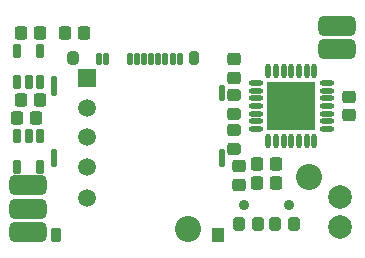
<source format=gbs>
%FSLAX44Y44*%
%MOMM*%
G71*
G01*
G75*
G04 Layer_Color=16711935*
%ADD10O,2.5000X0.7000*%
%ADD11O,0.7000X2.5000*%
%ADD12R,0.4000X1.4000*%
G04:AMPARAMS|DCode=13|XSize=1.8mm|YSize=1.9mm|CornerRadius=0.45mm|HoleSize=0mm|Usage=FLASHONLY|Rotation=0.000|XOffset=0mm|YOffset=0mm|HoleType=Round|Shape=RoundedRectangle|*
%AMROUNDEDRECTD13*
21,1,1.8000,1.0000,0,0,0.0*
21,1,0.9000,1.9000,0,0,0.0*
1,1,0.9000,0.4500,-0.5000*
1,1,0.9000,-0.4500,-0.5000*
1,1,0.9000,-0.4500,0.5000*
1,1,0.9000,0.4500,0.5000*
%
%ADD13ROUNDEDRECTD13*%
G04:AMPARAMS|DCode=14|XSize=1.5mm|YSize=1.5mm|CornerRadius=0.375mm|HoleSize=0mm|Usage=FLASHONLY|Rotation=180.000|XOffset=0mm|YOffset=0mm|HoleType=Round|Shape=RoundedRectangle|*
%AMROUNDEDRECTD14*
21,1,1.5000,0.7500,0,0,180.0*
21,1,0.7500,1.5000,0,0,180.0*
1,1,0.7500,-0.3750,0.3750*
1,1,0.7500,0.3750,0.3750*
1,1,0.7500,0.3750,-0.3750*
1,1,0.7500,-0.3750,-0.3750*
%
%ADD14ROUNDEDRECTD14*%
%ADD15O,0.8000X1.8000*%
G04:AMPARAMS|DCode=16|XSize=1mm|YSize=1.2mm|CornerRadius=0.165mm|HoleSize=0mm|Usage=FLASHONLY|Rotation=90.000|XOffset=0mm|YOffset=0mm|HoleType=Round|Shape=RoundedRectangle|*
%AMROUNDEDRECTD16*
21,1,1.0000,0.8700,0,0,90.0*
21,1,0.6700,1.2000,0,0,90.0*
1,1,0.3300,0.4350,0.3350*
1,1,0.3300,0.4350,-0.3350*
1,1,0.3300,-0.4350,-0.3350*
1,1,0.3300,-0.4350,0.3350*
%
%ADD16ROUNDEDRECTD16*%
%ADD17C,0.2000*%
%ADD18C,0.2500*%
%ADD19C,0.4000*%
%ADD20C,0.3500*%
%ADD21C,0.6000*%
%ADD22C,1.5000*%
%ADD23C,1.1000*%
%ADD24C,0.7000*%
%ADD25C,0.7000*%
%ADD26C,2.0000*%
%ADD27R,1.3000X1.3000*%
%ADD28C,1.3000*%
%ADD29C,1.8500*%
%ADD30C,0.6000*%
G04:AMPARAMS|DCode=31|XSize=1mm|YSize=0.9mm|CornerRadius=0.198mm|HoleSize=0mm|Usage=FLASHONLY|Rotation=90.000|XOffset=0mm|YOffset=0mm|HoleType=Round|Shape=RoundedRectangle|*
%AMROUNDEDRECTD31*
21,1,1.0000,0.5040,0,0,90.0*
21,1,0.6040,0.9000,0,0,90.0*
1,1,0.3960,0.2520,0.3020*
1,1,0.3960,0.2520,-0.3020*
1,1,0.3960,-0.2520,-0.3020*
1,1,0.3960,-0.2520,0.3020*
%
%ADD31ROUNDEDRECTD31*%
G04:AMPARAMS|DCode=32|XSize=1mm|YSize=0.9mm|CornerRadius=0.198mm|HoleSize=0mm|Usage=FLASHONLY|Rotation=0.000|XOffset=0mm|YOffset=0mm|HoleType=Round|Shape=RoundedRectangle|*
%AMROUNDEDRECTD32*
21,1,1.0000,0.5040,0,0,0.0*
21,1,0.6040,0.9000,0,0,0.0*
1,1,0.3960,0.3020,-0.2520*
1,1,0.3960,-0.3020,-0.2520*
1,1,0.3960,-0.3020,0.2520*
1,1,0.3960,0.3020,0.2520*
%
%ADD32ROUNDEDRECTD32*%
G04:AMPARAMS|DCode=33|XSize=1mm|YSize=0.95mm|CornerRadius=0.1995mm|HoleSize=0mm|Usage=FLASHONLY|Rotation=270.000|XOffset=0mm|YOffset=0mm|HoleType=Round|Shape=RoundedRectangle|*
%AMROUNDEDRECTD33*
21,1,1.0000,0.5510,0,0,270.0*
21,1,0.6010,0.9500,0,0,270.0*
1,1,0.3990,-0.2755,-0.3005*
1,1,0.3990,-0.2755,0.3005*
1,1,0.3990,0.2755,0.3005*
1,1,0.3990,0.2755,-0.3005*
%
%ADD33ROUNDEDRECTD33*%
G04:AMPARAMS|DCode=34|XSize=1mm|YSize=0.95mm|CornerRadius=0.1995mm|HoleSize=0mm|Usage=FLASHONLY|Rotation=0.000|XOffset=0mm|YOffset=0mm|HoleType=Round|Shape=RoundedRectangle|*
%AMROUNDEDRECTD34*
21,1,1.0000,0.5510,0,0,0.0*
21,1,0.6010,0.9500,0,0,0.0*
1,1,0.3990,0.3005,-0.2755*
1,1,0.3990,-0.3005,-0.2755*
1,1,0.3990,-0.3005,0.2755*
1,1,0.3990,0.3005,0.2755*
%
%ADD34ROUNDEDRECTD34*%
%ADD35R,4.0000X4.0000*%
%ADD36O,0.4000X1.1000*%
%ADD37O,1.1000X0.4000*%
G04:AMPARAMS|DCode=38|XSize=0.375mm|YSize=1.5mm|CornerRadius=0.0825mm|HoleSize=0mm|Usage=FLASHONLY|Rotation=180.000|XOffset=0mm|YOffset=0mm|HoleType=Round|Shape=RoundedRectangle|*
%AMROUNDEDRECTD38*
21,1,0.3750,1.3350,0,0,180.0*
21,1,0.2100,1.5000,0,0,180.0*
1,1,0.1650,-0.1050,0.6675*
1,1,0.1650,0.1050,0.6675*
1,1,0.1650,0.1050,-0.6675*
1,1,0.1650,-0.1050,-0.6675*
%
%ADD38ROUNDEDRECTD38*%
G04:AMPARAMS|DCode=39|XSize=0.375mm|YSize=1.25mm|CornerRadius=0.0825mm|HoleSize=0mm|Usage=FLASHONLY|Rotation=180.000|XOffset=0mm|YOffset=0mm|HoleType=Round|Shape=RoundedRectangle|*
%AMROUNDEDRECTD39*
21,1,0.3750,1.0850,0,0,180.0*
21,1,0.2100,1.2500,0,0,180.0*
1,1,0.1650,-0.1050,0.5425*
1,1,0.1650,0.1050,0.5425*
1,1,0.1650,0.1050,-0.5425*
1,1,0.1650,-0.1050,-0.5425*
%
%ADD39ROUNDEDRECTD39*%
G04:AMPARAMS|DCode=40|XSize=0.375mm|YSize=1.6mm|CornerRadius=0.0825mm|HoleSize=0mm|Usage=FLASHONLY|Rotation=180.000|XOffset=0mm|YOffset=0mm|HoleType=Round|Shape=RoundedRectangle|*
%AMROUNDEDRECTD40*
21,1,0.3750,1.4350,0,0,180.0*
21,1,0.2100,1.6000,0,0,180.0*
1,1,0.1650,-0.1050,0.7175*
1,1,0.1650,0.1050,0.7175*
1,1,0.1650,0.1050,-0.7175*
1,1,0.1650,-0.1050,-0.7175*
%
%ADD40ROUNDEDRECTD40*%
G04:AMPARAMS|DCode=41|XSize=1.1mm|YSize=0.9mm|CornerRadius=0.3015mm|HoleSize=0mm|Usage=FLASHONLY|Rotation=90.000|XOffset=0mm|YOffset=0mm|HoleType=Round|Shape=RoundedRectangle|*
%AMROUNDEDRECTD41*
21,1,1.1000,0.2970,0,0,90.0*
21,1,0.4970,0.9000,0,0,90.0*
1,1,0.6030,0.1485,0.2485*
1,1,0.6030,0.1485,-0.2485*
1,1,0.6030,-0.1485,-0.2485*
1,1,0.6030,-0.1485,0.2485*
%
%ADD41ROUNDEDRECTD41*%
G04:AMPARAMS|DCode=42|XSize=1mm|YSize=0.4mm|CornerRadius=0.1mm|HoleSize=0mm|Usage=FLASHONLY|Rotation=90.000|XOffset=0mm|YOffset=0mm|HoleType=Round|Shape=RoundedRectangle|*
%AMROUNDEDRECTD42*
21,1,1.0000,0.2000,0,0,90.0*
21,1,0.8000,0.4000,0,0,90.0*
1,1,0.2000,0.1000,0.4000*
1,1,0.2000,0.1000,-0.4000*
1,1,0.2000,-0.1000,-0.4000*
1,1,0.2000,-0.1000,0.4000*
%
%ADD42ROUNDEDRECTD42*%
G04:AMPARAMS|DCode=43|XSize=0.75mm|YSize=1.1mm|CornerRadius=0.165mm|HoleSize=0mm|Usage=FLASHONLY|Rotation=180.000|XOffset=0mm|YOffset=0mm|HoleType=Round|Shape=RoundedRectangle|*
%AMROUNDEDRECTD43*
21,1,0.7500,0.7700,0,0,180.0*
21,1,0.4200,1.1000,0,0,180.0*
1,1,0.3300,-0.2100,0.3850*
1,1,0.3300,0.2100,0.3850*
1,1,0.3300,0.2100,-0.3850*
1,1,0.3300,-0.2100,-0.3850*
%
%ADD43ROUNDEDRECTD43*%
G04:AMPARAMS|DCode=44|XSize=1mm|YSize=1.1mm|CornerRadius=0.165mm|HoleSize=0mm|Usage=FLASHONLY|Rotation=180.000|XOffset=0mm|YOffset=0mm|HoleType=Round|Shape=RoundedRectangle|*
%AMROUNDEDRECTD44*
21,1,1.0000,0.7700,0,0,180.0*
21,1,0.6700,1.1000,0,0,180.0*
1,1,0.3300,-0.3350,0.3850*
1,1,0.3300,0.3350,0.3850*
1,1,0.3300,0.3350,-0.3850*
1,1,0.3300,-0.3350,-0.3850*
%
%ADD44ROUNDEDRECTD44*%
G04:AMPARAMS|DCode=45|XSize=1.1mm|YSize=0.75mm|CornerRadius=0.2512mm|HoleSize=0mm|Usage=FLASHONLY|Rotation=90.000|XOffset=0mm|YOffset=0mm|HoleType=Round|Shape=RoundedRectangle|*
%AMROUNDEDRECTD45*
21,1,1.1000,0.2475,0,0,90.0*
21,1,0.5975,0.7500,0,0,90.0*
1,1,0.5025,0.1238,0.2988*
1,1,0.5025,0.1238,-0.2988*
1,1,0.5025,-0.1238,-0.2988*
1,1,0.5025,-0.1238,0.2988*
%
%ADD45ROUNDEDRECTD45*%
G04:AMPARAMS|DCode=46|XSize=1.1mm|YSize=0.6mm|CornerRadius=0.201mm|HoleSize=0mm|Usage=FLASHONLY|Rotation=270.000|XOffset=0mm|YOffset=0mm|HoleType=Round|Shape=RoundedRectangle|*
%AMROUNDEDRECTD46*
21,1,1.1000,0.1980,0,0,270.0*
21,1,0.6980,0.6000,0,0,270.0*
1,1,0.4020,-0.0990,-0.3490*
1,1,0.4020,-0.0990,0.3490*
1,1,0.4020,0.0990,0.3490*
1,1,0.4020,0.0990,-0.3490*
%
%ADD46ROUNDEDRECTD46*%
G04:AMPARAMS|DCode=47|XSize=1.5mm|YSize=3mm|CornerRadius=0.375mm|HoleSize=0mm|Usage=FLASHONLY|Rotation=270.000|XOffset=0mm|YOffset=0mm|HoleType=Round|Shape=RoundedRectangle|*
%AMROUNDEDRECTD47*
21,1,1.5000,2.2500,0,0,270.0*
21,1,0.7500,3.0000,0,0,270.0*
1,1,0.7500,-1.1250,-0.3750*
1,1,0.7500,-1.1250,0.3750*
1,1,0.7500,1.1250,0.3750*
1,1,0.7500,1.1250,-0.3750*
%
%ADD47ROUNDEDRECTD47*%
%ADD48C,0.2540*%
%ADD49C,0.1000*%
%ADD50O,2.6500X0.8500*%
%ADD51O,0.8500X2.6500*%
%ADD52R,0.6032X1.6032*%
G04:AMPARAMS|DCode=53|XSize=2.0032mm|YSize=2.1032mm|CornerRadius=0.5516mm|HoleSize=0mm|Usage=FLASHONLY|Rotation=0.000|XOffset=0mm|YOffset=0mm|HoleType=Round|Shape=RoundedRectangle|*
%AMROUNDEDRECTD53*
21,1,2.0032,1.0000,0,0,0.0*
21,1,0.9000,2.1032,0,0,0.0*
1,1,1.1032,0.4500,-0.5000*
1,1,1.1032,-0.4500,-0.5000*
1,1,1.1032,-0.4500,0.5000*
1,1,1.1032,0.4500,0.5000*
%
%ADD53ROUNDEDRECTD53*%
G04:AMPARAMS|DCode=54|XSize=1.7032mm|YSize=1.7032mm|CornerRadius=0.4766mm|HoleSize=0mm|Usage=FLASHONLY|Rotation=180.000|XOffset=0mm|YOffset=0mm|HoleType=Round|Shape=RoundedRectangle|*
%AMROUNDEDRECTD54*
21,1,1.7032,0.7500,0,0,180.0*
21,1,0.7500,1.7032,0,0,180.0*
1,1,0.9532,-0.3750,0.3750*
1,1,0.9532,0.3750,0.3750*
1,1,0.9532,0.3750,-0.3750*
1,1,0.9532,-0.3750,-0.3750*
%
%ADD54ROUNDEDRECTD54*%
%ADD55O,0.9500X1.9500*%
G04:AMPARAMS|DCode=56|XSize=1.15mm|YSize=1.35mm|CornerRadius=0.24mm|HoleSize=0mm|Usage=FLASHONLY|Rotation=90.000|XOffset=0mm|YOffset=0mm|HoleType=Round|Shape=RoundedRectangle|*
%AMROUNDEDRECTD56*
21,1,1.1500,0.8700,0,0,90.0*
21,1,0.6700,1.3500,0,0,90.0*
1,1,0.4800,0.4350,0.3350*
1,1,0.4800,0.4350,-0.3350*
1,1,0.4800,-0.4350,-0.3350*
1,1,0.4800,-0.4350,0.3350*
%
%ADD56ROUNDEDRECTD56*%
%ADD57C,0.9032*%
%ADD58C,2.2032*%
%ADD59R,1.5032X1.5032*%
%ADD60C,1.5032*%
G04:AMPARAMS|DCode=61|XSize=1.15mm|YSize=1.05mm|CornerRadius=0.273mm|HoleSize=0mm|Usage=FLASHONLY|Rotation=90.000|XOffset=0mm|YOffset=0mm|HoleType=Round|Shape=RoundedRectangle|*
%AMROUNDEDRECTD61*
21,1,1.1500,0.5040,0,0,90.0*
21,1,0.6040,1.0500,0,0,90.0*
1,1,0.5460,0.2520,0.3020*
1,1,0.5460,0.2520,-0.3020*
1,1,0.5460,-0.2520,-0.3020*
1,1,0.5460,-0.2520,0.3020*
%
%ADD61ROUNDEDRECTD61*%
G04:AMPARAMS|DCode=62|XSize=1.15mm|YSize=1.05mm|CornerRadius=0.273mm|HoleSize=0mm|Usage=FLASHONLY|Rotation=0.000|XOffset=0mm|YOffset=0mm|HoleType=Round|Shape=RoundedRectangle|*
%AMROUNDEDRECTD62*
21,1,1.1500,0.5040,0,0,0.0*
21,1,0.6040,1.0500,0,0,0.0*
1,1,0.5460,0.3020,-0.2520*
1,1,0.5460,-0.3020,-0.2520*
1,1,0.5460,-0.3020,0.2520*
1,1,0.5460,0.3020,0.2520*
%
%ADD62ROUNDEDRECTD62*%
G04:AMPARAMS|DCode=63|XSize=1.15mm|YSize=1.1mm|CornerRadius=0.2745mm|HoleSize=0mm|Usage=FLASHONLY|Rotation=270.000|XOffset=0mm|YOffset=0mm|HoleType=Round|Shape=RoundedRectangle|*
%AMROUNDEDRECTD63*
21,1,1.1500,0.5510,0,0,270.0*
21,1,0.6010,1.1000,0,0,270.0*
1,1,0.5490,-0.2755,-0.3005*
1,1,0.5490,-0.2755,0.3005*
1,1,0.5490,0.2755,0.3005*
1,1,0.5490,0.2755,-0.3005*
%
%ADD63ROUNDEDRECTD63*%
G04:AMPARAMS|DCode=64|XSize=1.15mm|YSize=1.1mm|CornerRadius=0.2745mm|HoleSize=0mm|Usage=FLASHONLY|Rotation=0.000|XOffset=0mm|YOffset=0mm|HoleType=Round|Shape=RoundedRectangle|*
%AMROUNDEDRECTD64*
21,1,1.1500,0.5510,0,0,0.0*
21,1,0.6010,1.1000,0,0,0.0*
1,1,0.5490,0.3005,-0.2755*
1,1,0.5490,-0.3005,-0.2755*
1,1,0.5490,-0.3005,0.2755*
1,1,0.5490,0.3005,0.2755*
%
%ADD64ROUNDEDRECTD64*%
%ADD65R,4.1000X4.1000*%
%ADD66O,0.5000X1.2000*%
%ADD67O,1.2000X0.5000*%
G04:AMPARAMS|DCode=68|XSize=0.475mm|YSize=1.6mm|CornerRadius=0.1325mm|HoleSize=0mm|Usage=FLASHONLY|Rotation=180.000|XOffset=0mm|YOffset=0mm|HoleType=Round|Shape=RoundedRectangle|*
%AMROUNDEDRECTD68*
21,1,0.4750,1.3350,0,0,180.0*
21,1,0.2100,1.6000,0,0,180.0*
1,1,0.2650,-0.1050,0.6675*
1,1,0.2650,0.1050,0.6675*
1,1,0.2650,0.1050,-0.6675*
1,1,0.2650,-0.1050,-0.6675*
%
%ADD68ROUNDEDRECTD68*%
G04:AMPARAMS|DCode=69|XSize=0.475mm|YSize=1.35mm|CornerRadius=0.1325mm|HoleSize=0mm|Usage=FLASHONLY|Rotation=180.000|XOffset=0mm|YOffset=0mm|HoleType=Round|Shape=RoundedRectangle|*
%AMROUNDEDRECTD69*
21,1,0.4750,1.0850,0,0,180.0*
21,1,0.2100,1.3500,0,0,180.0*
1,1,0.2650,-0.1050,0.5425*
1,1,0.2650,0.1050,0.5425*
1,1,0.2650,0.1050,-0.5425*
1,1,0.2650,-0.1050,-0.5425*
%
%ADD69ROUNDEDRECTD69*%
G04:AMPARAMS|DCode=70|XSize=0.475mm|YSize=1.7mm|CornerRadius=0.1325mm|HoleSize=0mm|Usage=FLASHONLY|Rotation=180.000|XOffset=0mm|YOffset=0mm|HoleType=Round|Shape=RoundedRectangle|*
%AMROUNDEDRECTD70*
21,1,0.4750,1.4350,0,0,180.0*
21,1,0.2100,1.7000,0,0,180.0*
1,1,0.2650,-0.1050,0.7175*
1,1,0.2650,0.1050,0.7175*
1,1,0.2650,0.1050,-0.7175*
1,1,0.2650,-0.1050,-0.7175*
%
%ADD70ROUNDEDRECTD70*%
G04:AMPARAMS|DCode=71|XSize=1.2mm|YSize=1mm|CornerRadius=0.3515mm|HoleSize=0mm|Usage=FLASHONLY|Rotation=90.000|XOffset=0mm|YOffset=0mm|HoleType=Round|Shape=RoundedRectangle|*
%AMROUNDEDRECTD71*
21,1,1.2000,0.2970,0,0,90.0*
21,1,0.4970,1.0000,0,0,90.0*
1,1,0.7030,0.1485,0.2485*
1,1,0.7030,0.1485,-0.2485*
1,1,0.7030,-0.1485,-0.2485*
1,1,0.7030,-0.1485,0.2485*
%
%ADD71ROUNDEDRECTD71*%
G04:AMPARAMS|DCode=72|XSize=1.1mm|YSize=0.5mm|CornerRadius=0.15mm|HoleSize=0mm|Usage=FLASHONLY|Rotation=90.000|XOffset=0mm|YOffset=0mm|HoleType=Round|Shape=RoundedRectangle|*
%AMROUNDEDRECTD72*
21,1,1.1000,0.2000,0,0,90.0*
21,1,0.8000,0.5000,0,0,90.0*
1,1,0.3000,0.1000,0.4000*
1,1,0.3000,0.1000,-0.4000*
1,1,0.3000,-0.1000,-0.4000*
1,1,0.3000,-0.1000,0.4000*
%
%ADD72ROUNDEDRECTD72*%
G04:AMPARAMS|DCode=73|XSize=0.85mm|YSize=1.2mm|CornerRadius=0.215mm|HoleSize=0mm|Usage=FLASHONLY|Rotation=180.000|XOffset=0mm|YOffset=0mm|HoleType=Round|Shape=RoundedRectangle|*
%AMROUNDEDRECTD73*
21,1,0.8500,0.7700,0,0,180.0*
21,1,0.4200,1.2000,0,0,180.0*
1,1,0.4300,-0.2100,0.3850*
1,1,0.4300,0.2100,0.3850*
1,1,0.4300,0.2100,-0.3850*
1,1,0.4300,-0.2100,-0.3850*
%
%ADD73ROUNDEDRECTD73*%
G04:AMPARAMS|DCode=74|XSize=1.1mm|YSize=1.2mm|CornerRadius=0.215mm|HoleSize=0mm|Usage=FLASHONLY|Rotation=180.000|XOffset=0mm|YOffset=0mm|HoleType=Round|Shape=RoundedRectangle|*
%AMROUNDEDRECTD74*
21,1,1.1000,0.7700,0,0,180.0*
21,1,0.6700,1.2000,0,0,180.0*
1,1,0.4300,-0.3350,0.3850*
1,1,0.4300,0.3350,0.3850*
1,1,0.4300,0.3350,-0.3850*
1,1,0.4300,-0.3350,-0.3850*
%
%ADD74ROUNDEDRECTD74*%
G04:AMPARAMS|DCode=75|XSize=1.2mm|YSize=0.85mm|CornerRadius=0.3013mm|HoleSize=0mm|Usage=FLASHONLY|Rotation=90.000|XOffset=0mm|YOffset=0mm|HoleType=Round|Shape=RoundedRectangle|*
%AMROUNDEDRECTD75*
21,1,1.2000,0.2475,0,0,90.0*
21,1,0.5975,0.8500,0,0,90.0*
1,1,0.6025,0.1238,0.2988*
1,1,0.6025,0.1238,-0.2988*
1,1,0.6025,-0.1238,-0.2988*
1,1,0.6025,-0.1238,0.2988*
%
%ADD75ROUNDEDRECTD75*%
G04:AMPARAMS|DCode=76|XSize=1.25mm|YSize=0.75mm|CornerRadius=0.276mm|HoleSize=0mm|Usage=FLASHONLY|Rotation=270.000|XOffset=0mm|YOffset=0mm|HoleType=Round|Shape=RoundedRectangle|*
%AMROUNDEDRECTD76*
21,1,1.2500,0.1980,0,0,270.0*
21,1,0.6980,0.7500,0,0,270.0*
1,1,0.5520,-0.0990,-0.3490*
1,1,0.5520,-0.0990,0.3490*
1,1,0.5520,0.0990,0.3490*
1,1,0.5520,0.0990,-0.3490*
%
%ADD76ROUNDEDRECTD76*%
G04:AMPARAMS|DCode=77|XSize=1.7032mm|YSize=3.2032mm|CornerRadius=0.4766mm|HoleSize=0mm|Usage=FLASHONLY|Rotation=270.000|XOffset=0mm|YOffset=0mm|HoleType=Round|Shape=RoundedRectangle|*
%AMROUNDEDRECTD77*
21,1,1.7032,2.2500,0,0,270.0*
21,1,0.7500,3.2032,0,0,270.0*
1,1,0.9532,-1.1250,-0.3750*
1,1,0.9532,-1.1250,0.3750*
1,1,0.9532,1.1250,0.3750*
1,1,0.9532,1.1250,-0.3750*
%
%ADD77ROUNDEDRECTD77*%
D26*
X283750Y41950D02*
D03*
Y16550D02*
D03*
D57*
X202250Y35000D02*
D03*
X240250D02*
D03*
D58*
X154500Y15250D02*
D03*
X257250Y59250D02*
D03*
D59*
X69750Y143000D02*
D03*
D60*
Y117500D02*
D03*
Y92500D02*
D03*
Y67000D02*
D03*
Y41500D02*
D03*
D61*
X214250Y18750D02*
D03*
X198250D02*
D03*
X244250D02*
D03*
X228250D02*
D03*
D62*
X194000Y82500D02*
D03*
Y98500D02*
D03*
Y112500D02*
D03*
Y128500D02*
D03*
D63*
X213250Y70000D02*
D03*
X229250D02*
D03*
Y54000D02*
D03*
X213250D02*
D03*
X29500Y123750D02*
D03*
X13500D02*
D03*
X10500Y108750D02*
D03*
X26500D02*
D03*
X13250Y180750D02*
D03*
X29250D02*
D03*
X50750Y180500D02*
D03*
X66750D02*
D03*
D64*
X198250Y52000D02*
D03*
Y68000D02*
D03*
X291000Y111000D02*
D03*
Y127000D02*
D03*
X194000Y143000D02*
D03*
Y159000D02*
D03*
D65*
X242250Y119000D02*
D03*
D66*
X261750Y149000D02*
D03*
X255250D02*
D03*
X248750D02*
D03*
X242250D02*
D03*
X235750D02*
D03*
X229250D02*
D03*
X222750D02*
D03*
Y89000D02*
D03*
X229250D02*
D03*
X235750D02*
D03*
X242250D02*
D03*
X248750D02*
D03*
X255250D02*
D03*
X261750D02*
D03*
D67*
X212250Y138500D02*
D03*
Y132000D02*
D03*
Y125500D02*
D03*
Y119000D02*
D03*
Y112500D02*
D03*
Y106000D02*
D03*
Y99500D02*
D03*
X272250D02*
D03*
Y106000D02*
D03*
Y112500D02*
D03*
Y119000D02*
D03*
Y125500D02*
D03*
Y132000D02*
D03*
Y138500D02*
D03*
D68*
X41000Y75000D02*
D03*
X183500D02*
D03*
D69*
Y129750D02*
D03*
D70*
X41000Y135750D02*
D03*
D71*
X57750Y160000D02*
D03*
D72*
X105750Y158500D02*
D03*
X147750D02*
D03*
X141750Y158500D02*
D03*
X129750Y158500D02*
D03*
X85750D02*
D03*
X135750D02*
D03*
X79750D02*
D03*
X111750D02*
D03*
X123750D02*
D03*
X117750D02*
D03*
D73*
X43000Y9500D02*
D03*
D74*
X180500D02*
D03*
D75*
X160000Y160000D02*
D03*
D76*
X10500Y93250D02*
D03*
X20000D02*
D03*
X29500D02*
D03*
Y67250D02*
D03*
X10500D02*
D03*
X29500Y139250D02*
D03*
X20000D02*
D03*
X10500D02*
D03*
Y165250D02*
D03*
X29500D02*
D03*
D77*
X19750Y32000D02*
D03*
X19500Y12000D02*
D03*
X281000Y187000D02*
D03*
Y167000D02*
D03*
X19750Y52000D02*
D03*
M02*

</source>
